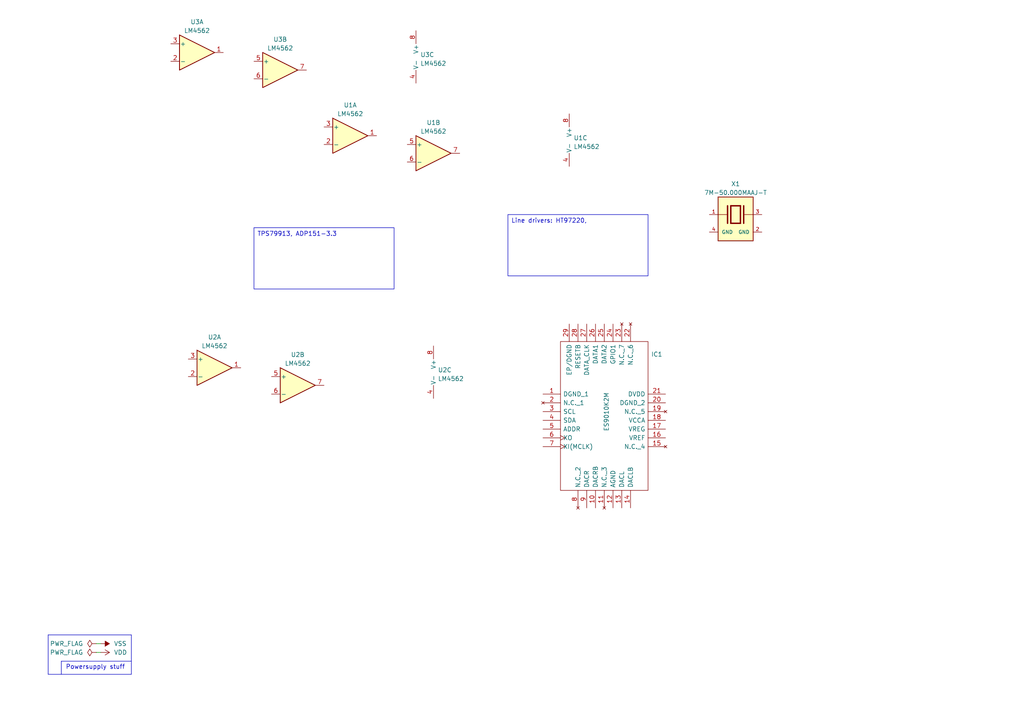
<source format=kicad_sch>
(kicad_sch (version 20230121) (generator eeschema)

  (uuid e63e39d7-6ac0-4ffd-8aa3-1841a4541b55)

  (paper "A4")

  (lib_symbols
    (symbol "Amplifier_Operational:LM4562" (pin_names (offset 0.127)) (in_bom yes) (on_board yes)
      (property "Reference" "U" (at 0 5.08 0)
        (effects (font (size 1.27 1.27)) (justify left))
      )
      (property "Value" "LM4562" (at 0 -5.08 0)
        (effects (font (size 1.27 1.27)) (justify left))
      )
      (property "Footprint" "" (at 0 0 0)
        (effects (font (size 1.27 1.27)) hide)
      )
      (property "Datasheet" "http://www.ti.com/lit/ds/symlink/lm4562.pdf" (at 0 0 0)
        (effects (font (size 1.27 1.27)) hide)
      )
      (property "ki_locked" "" (at 0 0 0)
        (effects (font (size 1.27 1.27)))
      )
      (property "ki_keywords" "dual opamp" (at 0 0 0)
        (effects (font (size 1.27 1.27)) hide)
      )
      (property "ki_description" "Dual High-Performance, High-Fidelity Audio Operational Amplifier, DIP-8/SOIC-8/TO-99-8" (at 0 0 0)
        (effects (font (size 1.27 1.27)) hide)
      )
      (property "ki_fp_filters" "SOIC*3.9x4.9mm*P1.27mm* DIP*W7.62mm* TO*99* OnSemi*Micro8* TSSOP*3x3mm*P0.65mm* TSSOP*4.4x3mm*P0.65mm* MSOP*3x3mm*P0.65mm* SSOP*3.9x4.9mm*P0.635mm* LFCSP*2x2mm*P0.5mm* *SIP* SOIC*5.3x6.2mm*P1.27mm*" (at 0 0 0)
        (effects (font (size 1.27 1.27)) hide)
      )
      (symbol "LM4562_1_1"
        (polyline
          (pts
            (xy -5.08 5.08)
            (xy 5.08 0)
            (xy -5.08 -5.08)
            (xy -5.08 5.08)
          )
          (stroke (width 0.254) (type default))
          (fill (type background))
        )
        (pin output line (at 7.62 0 180) (length 2.54)
          (name "~" (effects (font (size 1.27 1.27))))
          (number "1" (effects (font (size 1.27 1.27))))
        )
        (pin input line (at -7.62 -2.54 0) (length 2.54)
          (name "-" (effects (font (size 1.27 1.27))))
          (number "2" (effects (font (size 1.27 1.27))))
        )
        (pin input line (at -7.62 2.54 0) (length 2.54)
          (name "+" (effects (font (size 1.27 1.27))))
          (number "3" (effects (font (size 1.27 1.27))))
        )
      )
      (symbol "LM4562_2_1"
        (polyline
          (pts
            (xy -5.08 5.08)
            (xy 5.08 0)
            (xy -5.08 -5.08)
            (xy -5.08 5.08)
          )
          (stroke (width 0.254) (type default))
          (fill (type background))
        )
        (pin input line (at -7.62 2.54 0) (length 2.54)
          (name "+" (effects (font (size 1.27 1.27))))
          (number "5" (effects (font (size 1.27 1.27))))
        )
        (pin input line (at -7.62 -2.54 0) (length 2.54)
          (name "-" (effects (font (size 1.27 1.27))))
          (number "6" (effects (font (size 1.27 1.27))))
        )
        (pin output line (at 7.62 0 180) (length 2.54)
          (name "~" (effects (font (size 1.27 1.27))))
          (number "7" (effects (font (size 1.27 1.27))))
        )
      )
      (symbol "LM4562_3_1"
        (pin power_in line (at -2.54 -7.62 90) (length 3.81)
          (name "V-" (effects (font (size 1.27 1.27))))
          (number "4" (effects (font (size 1.27 1.27))))
        )
        (pin power_in line (at -2.54 7.62 270) (length 3.81)
          (name "V+" (effects (font (size 1.27 1.27))))
          (number "8" (effects (font (size 1.27 1.27))))
        )
      )
    )
    (symbol "ess-dac:7M-50.000MAAJ-T" (pin_names (offset 1.016)) (in_bom yes) (on_board yes)
      (property "Reference" "X" (at -5.0878 6.3559 0)
        (effects (font (size 1.27 1.27)) (justify left bottom))
      )
      (property "Value" "7M-50.000MAAJ-T" (at -5.0944 -10.16 0)
        (effects (font (size 1.27 1.27)) (justify left bottom))
      )
      (property "Footprint" "ess-dac:XTAL_7M-50.000MAAJ-T" (at 18.415 6.35 0)
        (effects (font (size 1.27 1.27)) (justify bottom) hide)
      )
      (property "Datasheet" "https://www.mouser.com/datasheet/2/417/7m-11184.pdf" (at 31.115 11.43 0)
        (effects (font (size 1.27 1.27)) hide)
      )
      (property "MANUFACTURER" "TXC CORPORATION" (at 11.43 8.255 0)
        (effects (font (size 1.27 1.27)) (justify bottom) hide)
      )
      (property "PARTREV" "" (at 0 0 0)
        (effects (font (size 1.27 1.27)) (justify bottom) hide)
      )
      (property "MAXIMUM_PACKAGE_HEIGHT" "" (at 10.16 3.81 0)
        (effects (font (size 1.27 1.27)) (justify bottom) hide)
      )
      (property "STANDARD" "" (at 21.59 10.795 0)
        (effects (font (size 1.27 1.27)) (justify bottom) hide)
      )
      (symbol "7M-50.000MAAJ-T_0_0"
        (rectangle (start -5.08 -7.62) (end 5.08 5.08)
          (stroke (width 0.254) (type default))
          (fill (type background))
        )
        (polyline
          (pts
            (xy -5.08 0)
            (xy -2.54 0)
          )
          (stroke (width 0.1524) (type default))
          (fill (type none))
        )
        (polyline
          (pts
            (xy -2.3368 2.54)
            (xy -2.3368 -2.54)
          )
          (stroke (width 0.4064) (type default))
          (fill (type none))
        )
        (polyline
          (pts
            (xy -1.397 2.54)
            (xy -1.397 -2.54)
          )
          (stroke (width 0.4064) (type default))
          (fill (type none))
        )
        (polyline
          (pts
            (xy -1.397 2.54)
            (xy 1.397 2.54)
          )
          (stroke (width 0.4064) (type default))
          (fill (type none))
        )
        (polyline
          (pts
            (xy 1.397 -2.54)
            (xy -1.397 -2.54)
          )
          (stroke (width 0.4064) (type default))
          (fill (type none))
        )
        (polyline
          (pts
            (xy 1.397 2.54)
            (xy 1.397 -2.54)
          )
          (stroke (width 0.4064) (type default))
          (fill (type none))
        )
        (polyline
          (pts
            (xy 2.3368 2.54)
            (xy 2.3368 -2.54)
          )
          (stroke (width 0.4064) (type default))
          (fill (type none))
        )
        (polyline
          (pts
            (xy 2.54 0)
            (xy 5.08 0)
          )
          (stroke (width 0.1524) (type default))
          (fill (type none))
        )
        (pin passive line (at -7.62 0 0) (length 2.54)
          (name "~" (effects (font (size 1.016 1.016))))
          (number "1" (effects (font (size 1.016 1.016))))
        )
        (pin power_in line (at 7.62 -5.08 180) (length 2.54)
          (name "GND" (effects (font (size 1.016 1.016))))
          (number "2" (effects (font (size 1.016 1.016))))
        )
        (pin passive line (at 7.62 0 180) (length 2.54)
          (name "~" (effects (font (size 1.016 1.016))))
          (number "3" (effects (font (size 1.016 1.016))))
        )
        (pin power_in line (at -7.62 -5.08 0) (length 2.54)
          (name "GND" (effects (font (size 1.016 1.016))))
          (number "4" (effects (font (size 1.016 1.016))))
        )
      )
    )
    (symbol "ess-dac:ES9010K2M" (pin_names (offset 0.762)) (in_bom yes) (on_board yes)
      (property "Reference" "IC" (at 31.75 20.32 0)
        (effects (font (size 1.27 1.27)) (justify left))
      )
      (property "Value" "ES9010K2M" (at 18.415 -10.795 90) (do_not_autoplace)
        (effects (font (size 1.27 1.27)) (justify left))
      )
      (property "Footprint" "ess-dac:QFN50P500X500X90-29N-D" (at 31.75 15.24 0)
        (effects (font (size 1.27 1.27)) (justify left) hide)
      )
      (property "Datasheet" "https://www.mouser.in/datasheet/2/1082/ES9010K2M_Datasheet_v3_3-2933590.pdf" (at 31.75 12.7 0)
        (effects (font (size 1.27 1.27)) (justify left) hide)
      )
      (property "Description" "ES9010K2M" (at 31.75 10.16 0)
        (effects (font (size 1.27 1.27)) (justify left) hide)
      )
      (property "Height" "0.9" (at 31.75 7.62 0)
        (effects (font (size 1.27 1.27)) (justify left) hide)
      )
      (property "Mouser Part Number" "" (at 31.75 5.08 0)
        (effects (font (size 1.27 1.27)) (justify left) hide)
      )
      (property "Mouser Price/Stock" "" (at 31.75 2.54 0)
        (effects (font (size 1.27 1.27)) (justify left) hide)
      )
      (property "Manufacturer_Name" "ESS Technology" (at 31.75 22.86 0)
        (effects (font (size 1.27 1.27)) (justify left) hide)
      )
      (property "Manufacturer_Part_Number" "ES9010K2M" (at 31.75 17.78 0)
        (effects (font (size 1.27 1.27)) (justify left) hide)
      )
      (property "ki_description" "ES9010K2M" (at 0 0 0)
        (effects (font (size 1.27 1.27)) hide)
      )
      (symbol "ES9010K2M_0_0"
        (pin power_in line (at 0 0 0) (length 5.08)
          (name "DGND_1" (effects (font (size 1.27 1.27))))
          (number "1" (effects (font (size 1.27 1.27))))
        )
        (pin output line (at 15.24 -33.02 90) (length 5.08)
          (name "DACRB" (effects (font (size 1.27 1.27))))
          (number "10" (effects (font (size 1.27 1.27))))
        )
        (pin no_connect line (at 17.78 -33.02 90) (length 5.08)
          (name "N.C._3" (effects (font (size 1.27 1.27))))
          (number "11" (effects (font (size 1.27 1.27))))
        )
        (pin power_in line (at 20.32 -33.02 90) (length 5.08)
          (name "AGND" (effects (font (size 1.27 1.27))))
          (number "12" (effects (font (size 1.27 1.27))))
        )
        (pin output line (at 22.86 -33.02 90) (length 5.08)
          (name "DACL" (effects (font (size 1.27 1.27))))
          (number "13" (effects (font (size 1.27 1.27))))
        )
        (pin output line (at 25.4 -33.02 90) (length 5.08)
          (name "DACLB" (effects (font (size 1.27 1.27))))
          (number "14" (effects (font (size 1.27 1.27))))
        )
        (pin no_connect line (at 35.56 -15.24 180) (length 5.08)
          (name "N.C._4" (effects (font (size 1.27 1.27))))
          (number "15" (effects (font (size 1.27 1.27))))
        )
        (pin power_in line (at 35.56 -12.7 180) (length 5.08)
          (name "VREF" (effects (font (size 1.27 1.27))))
          (number "16" (effects (font (size 1.27 1.27))))
        )
        (pin power_out line (at 35.56 -10.16 180) (length 5.08)
          (name "VREG" (effects (font (size 1.27 1.27))))
          (number "17" (effects (font (size 1.27 1.27))))
        )
        (pin power_in line (at 35.56 -7.62 180) (length 5.08)
          (name "VCCA" (effects (font (size 1.27 1.27))))
          (number "18" (effects (font (size 1.27 1.27))))
        )
        (pin no_connect line (at 35.56 -5.08 180) (length 5.08)
          (name "N.C._5" (effects (font (size 1.27 1.27))))
          (number "19" (effects (font (size 1.27 1.27))))
        )
        (pin no_connect line (at 0 -2.54 0) (length 5.08)
          (name "N.C._1" (effects (font (size 1.27 1.27))))
          (number "2" (effects (font (size 1.27 1.27))))
        )
        (pin power_in line (at 35.56 -2.54 180) (length 5.08)
          (name "DGND_2" (effects (font (size 1.27 1.27))))
          (number "20" (effects (font (size 1.27 1.27))))
        )
        (pin power_in line (at 35.56 0 180) (length 5.08)
          (name "DVDD" (effects (font (size 1.27 1.27))))
          (number "21" (effects (font (size 1.27 1.27))))
        )
        (pin no_connect line (at 25.4 20.32 270) (length 5.08)
          (name "N.C._6" (effects (font (size 1.27 1.27))))
          (number "22" (effects (font (size 1.27 1.27))))
        )
        (pin no_connect line (at 22.86 20.32 270) (length 5.08)
          (name "N.C._7" (effects (font (size 1.27 1.27))))
          (number "23" (effects (font (size 1.27 1.27))))
        )
        (pin bidirectional line (at 20.32 20.32 270) (length 5.08)
          (name "GPIO1" (effects (font (size 1.27 1.27))))
          (number "24" (effects (font (size 1.27 1.27))))
        )
        (pin input line (at 17.78 20.32 270) (length 5.08)
          (name "DATA2" (effects (font (size 1.27 1.27))))
          (number "25" (effects (font (size 1.27 1.27))))
        )
        (pin bidirectional line (at 15.24 20.32 270) (length 5.08)
          (name "DATA1" (effects (font (size 1.27 1.27))))
          (number "26" (effects (font (size 1.27 1.27))))
        )
        (pin bidirectional line (at 12.7 20.32 270) (length 5.08)
          (name "DATA_CLK" (effects (font (size 1.27 1.27))))
          (number "27" (effects (font (size 1.27 1.27))))
        )
        (pin input line (at 10.16 20.32 270) (length 5.08)
          (name "RESETB" (effects (font (size 1.27 1.27))))
          (number "28" (effects (font (size 1.27 1.27))))
        )
        (pin power_in line (at 7.62 20.32 270) (length 5.08)
          (name "EP/DGND" (effects (font (size 1.27 1.27))))
          (number "29" (effects (font (size 1.27 1.27))))
        )
        (pin input line (at 0 -5.08 0) (length 5.08)
          (name "SCL" (effects (font (size 1.27 1.27))))
          (number "3" (effects (font (size 1.27 1.27))))
        )
        (pin bidirectional line (at 0 -7.62 0) (length 5.08)
          (name "SDA" (effects (font (size 1.27 1.27))))
          (number "4" (effects (font (size 1.27 1.27))))
        )
        (pin input line (at 0 -10.16 0) (length 5.08)
          (name "ADDR" (effects (font (size 1.27 1.27))))
          (number "5" (effects (font (size 1.27 1.27))))
        )
        (pin output clock (at 0 -12.7 0) (length 5.08)
          (name "XO" (effects (font (size 1.27 1.27))))
          (number "6" (effects (font (size 1.27 1.27))))
        )
        (pin input clock (at 0 -15.24 0) (length 5.08)
          (name "XI(MCLK)" (effects (font (size 1.27 1.27))))
          (number "7" (effects (font (size 1.27 1.27))))
        )
        (pin no_connect line (at 10.16 -33.02 90) (length 5.08)
          (name "N.C._2" (effects (font (size 1.27 1.27))))
          (number "8" (effects (font (size 1.27 1.27))))
        )
        (pin output line (at 12.7 -33.02 90) (length 5.08)
          (name "DACR" (effects (font (size 1.27 1.27))))
          (number "9" (effects (font (size 1.27 1.27))))
        )
      )
      (symbol "ES9010K2M_0_1"
        (polyline
          (pts
            (xy 5.08 15.24)
            (xy 30.48 15.24)
            (xy 30.48 -27.94)
            (xy 5.08 -27.94)
            (xy 5.08 15.24)
          )
          (stroke (width 0.1524) (type solid))
          (fill (type none))
        )
      )
    )
    (symbol "power:PWR_FLAG" (power) (pin_numbers hide) (pin_names (offset 0) hide) (in_bom yes) (on_board yes)
      (property "Reference" "#FLG" (at 0 1.905 0)
        (effects (font (size 1.27 1.27)) hide)
      )
      (property "Value" "PWR_FLAG" (at 0 3.81 0)
        (effects (font (size 1.27 1.27)))
      )
      (property "Footprint" "" (at 0 0 0)
        (effects (font (size 1.27 1.27)) hide)
      )
      (property "Datasheet" "~" (at 0 0 0)
        (effects (font (size 1.27 1.27)) hide)
      )
      (property "ki_keywords" "power-flag" (at 0 0 0)
        (effects (font (size 1.27 1.27)) hide)
      )
      (property "ki_description" "Special symbol for telling ERC where power comes from" (at 0 0 0)
        (effects (font (size 1.27 1.27)) hide)
      )
      (symbol "PWR_FLAG_0_0"
        (pin power_out line (at 0 0 90) (length 0)
          (name "pwr" (effects (font (size 1.27 1.27))))
          (number "1" (effects (font (size 1.27 1.27))))
        )
      )
      (symbol "PWR_FLAG_0_1"
        (polyline
          (pts
            (xy 0 0)
            (xy 0 1.27)
            (xy -1.016 1.905)
            (xy 0 2.54)
            (xy 1.016 1.905)
            (xy 0 1.27)
          )
          (stroke (width 0) (type default))
          (fill (type none))
        )
      )
    )
    (symbol "power:VDD" (power) (pin_names (offset 0)) (in_bom yes) (on_board yes)
      (property "Reference" "#PWR" (at 0 -3.81 0)
        (effects (font (size 1.27 1.27)) hide)
      )
      (property "Value" "VDD" (at 0 3.81 0)
        (effects (font (size 1.27 1.27)))
      )
      (property "Footprint" "" (at 0 0 0)
        (effects (font (size 1.27 1.27)) hide)
      )
      (property "Datasheet" "" (at 0 0 0)
        (effects (font (size 1.27 1.27)) hide)
      )
      (property "ki_keywords" "power-flag" (at 0 0 0)
        (effects (font (size 1.27 1.27)) hide)
      )
      (property "ki_description" "Power symbol creates a global label with name \"VDD\"" (at 0 0 0)
        (effects (font (size 1.27 1.27)) hide)
      )
      (symbol "VDD_0_1"
        (polyline
          (pts
            (xy -0.762 1.27)
            (xy 0 2.54)
          )
          (stroke (width 0) (type default))
          (fill (type none))
        )
        (polyline
          (pts
            (xy 0 0)
            (xy 0 2.54)
          )
          (stroke (width 0) (type default))
          (fill (type none))
        )
        (polyline
          (pts
            (xy 0 2.54)
            (xy 0.762 1.27)
          )
          (stroke (width 0) (type default))
          (fill (type none))
        )
      )
      (symbol "VDD_1_1"
        (pin power_in line (at 0 0 90) (length 0) hide
          (name "VDD" (effects (font (size 1.27 1.27))))
          (number "1" (effects (font (size 1.27 1.27))))
        )
      )
    )
    (symbol "power:VSS" (power) (pin_names (offset 0)) (in_bom yes) (on_board yes)
      (property "Reference" "#PWR" (at 0 -3.81 0)
        (effects (font (size 1.27 1.27)) hide)
      )
      (property "Value" "VSS" (at 0 3.81 0)
        (effects (font (size 1.27 1.27)))
      )
      (property "Footprint" "" (at 0 0 0)
        (effects (font (size 1.27 1.27)) hide)
      )
      (property "Datasheet" "" (at 0 0 0)
        (effects (font (size 1.27 1.27)) hide)
      )
      (property "ki_keywords" "power-flag" (at 0 0 0)
        (effects (font (size 1.27 1.27)) hide)
      )
      (property "ki_description" "Power symbol creates a global label with name \"VSS\"" (at 0 0 0)
        (effects (font (size 1.27 1.27)) hide)
      )
      (symbol "VSS_0_1"
        (polyline
          (pts
            (xy 0 0)
            (xy 0 2.54)
          )
          (stroke (width 0) (type default))
          (fill (type none))
        )
        (polyline
          (pts
            (xy 0.762 1.27)
            (xy -0.762 1.27)
            (xy 0 2.54)
            (xy 0.762 1.27)
          )
          (stroke (width 0) (type default))
          (fill (type outline))
        )
      )
      (symbol "VSS_1_1"
        (pin power_in line (at 0 0 90) (length 0) hide
          (name "VSS" (effects (font (size 1.27 1.27))))
          (number "1" (effects (font (size 1.27 1.27))))
        )
      )
    )
  )


  (polyline (pts (xy 38.1 184.15) (xy 13.97 184.15))
    (stroke (width 0) (type default))
    (uuid 37a048b9-1447-48f0-89c9-dc62f42674ca)
  )

  (wire (pts (xy 27.94 186.69) (xy 29.21 186.69))
    (stroke (width 0) (type default))
    (uuid 6a06cb4a-ea95-4867-9160-cab1b09a8763)
  )
  (polyline (pts (xy 38.1 191.77) (xy 17.78 191.77))
    (stroke (width 0) (type default))
    (uuid 6b928f7c-1efa-4989-bcf9-9006374a1f81)
  )
  (polyline (pts (xy 13.97 184.15) (xy 13.97 195.58))
    (stroke (width 0) (type default))
    (uuid b5bc4aac-076d-4100-8eb4-18b7b57f47c2)
  )
  (polyline (pts (xy 13.97 195.58) (xy 38.1 195.58))
    (stroke (width 0) (type default))
    (uuid b7939f95-aa55-46a7-b7fb-bfbb376caf9b)
  )

  (wire (pts (xy 27.94 189.23) (xy 29.21 189.23))
    (stroke (width 0) (type default))
    (uuid cabed1f3-d928-4efc-8f9c-a475fbc4e7d9)
  )
  (polyline (pts (xy 38.1 195.58) (xy 38.1 184.15))
    (stroke (width 0) (type default))
    (uuid cd7ba710-8371-433d-8091-cf841c2d658f)
  )
  (polyline (pts (xy 17.78 191.77) (xy 17.78 195.58))
    (stroke (width 0) (type default))
    (uuid f868dbfd-b9e3-4538-b1a0-3f11c7ea0d93)
  )

  (text_box "Line drivers: HT97220, "
    (at 147.32 62.23 0) (size 40.64 17.78)
    (stroke (width 0) (type default))
    (fill (type none))
    (effects (font (size 1.27 1.27)) (justify left top))
    (uuid 2f656668-e915-4a70-bc4a-f7dbe336fb8a)
  )
  (text_box "TPS79913, ADP151-3.3"
    (at 73.66 66.04 0) (size 40.64 17.78)
    (stroke (width 0) (type default))
    (fill (type none))
    (effects (font (size 1.27 1.27)) (justify left top))
    (uuid cc10d413-e4aa-44f4-9997-eb76d246b4bd)
  )

  (text "Powersupply stuff" (at 19.05 194.31 0)
    (effects (font (size 1.27 1.27)) (justify left bottom))
    (uuid e3096227-7b69-4972-a028-bc2d48b96b10)
  )

  (symbol (lib_id "power:VDD") (at 29.21 189.23 270) (unit 1)
    (in_bom yes) (on_board yes) (dnp no) (fields_autoplaced)
    (uuid 0e44e0f5-8778-4e0d-8892-cdbf9f9e62f5)
    (property "Reference" "#PWR0101" (at 25.4 189.23 0)
      (effects (font (size 1.27 1.27)) hide)
    )
    (property "Value" "VDD" (at 33.02 189.2299 90)
      (effects (font (size 1.27 1.27)) (justify left))
    )
    (property "Footprint" "" (at 29.21 189.23 0)
      (effects (font (size 1.27 1.27)) hide)
    )
    (property "Datasheet" "" (at 29.21 189.23 0)
      (effects (font (size 1.27 1.27)) hide)
    )
    (pin "1" (uuid eba40aab-c11e-4d52-bb4d-60557e99673c))
    (instances
      (project "d-lev-dac"
        (path "/e63e39d7-6ac0-4ffd-8aa3-1841a4541b55"
          (reference "#PWR0101") (unit 1)
        )
      )
    )
  )

  (symbol (lib_id "Amplifier_Operational:LM4562") (at 167.64 40.64 0) (unit 3)
    (in_bom yes) (on_board yes) (dnp no) (fields_autoplaced)
    (uuid 2957de1b-d42e-4ddf-ad45-38ad0eb8e9d7)
    (property "Reference" "U1" (at 166.37 40.005 0)
      (effects (font (size 1.27 1.27)) (justify left))
    )
    (property "Value" "LM4562" (at 166.37 42.545 0)
      (effects (font (size 1.27 1.27)) (justify left))
    )
    (property "Footprint" "Package_SO:PowerIntegrations_SO-8" (at 167.64 40.64 0)
      (effects (font (size 1.27 1.27)) hide)
    )
    (property "Datasheet" "http://www.ti.com/lit/ds/symlink/lm4562.pdf" (at 167.64 40.64 0)
      (effects (font (size 1.27 1.27)) hide)
    )
    (pin "1" (uuid c9a94626-02d6-482e-af00-89373f5dba60))
    (pin "2" (uuid 8937f487-9a78-4315-9838-0701c76888e5))
    (pin "3" (uuid 596017aa-552b-4281-9336-ffd1e3e7cfeb))
    (pin "5" (uuid 1e699831-fc5d-480b-b6ce-1f04e0dde70b))
    (pin "6" (uuid 6b7411f2-6129-4af3-8f85-dbc76bda1f93))
    (pin "7" (uuid 5df46f09-301e-4029-a0d8-c0953bc3d1eb))
    (pin "4" (uuid a45711cd-85f9-4fd3-815c-ccc9fab36247))
    (pin "8" (uuid 2f7857eb-6cdf-4aca-934e-7a779687f1c4))
    (instances
      (project "d-lev-dac"
        (path "/e63e39d7-6ac0-4ffd-8aa3-1841a4541b55"
          (reference "U1") (unit 3)
        )
      )
    )
  )

  (symbol (lib_id "power:VSS") (at 29.21 186.69 270) (unit 1)
    (in_bom yes) (on_board yes) (dnp no) (fields_autoplaced)
    (uuid 2aa15411-035b-4d84-9c86-17fb4c1ed278)
    (property "Reference" "#PWR0102" (at 25.4 186.69 0)
      (effects (font (size 1.27 1.27)) hide)
    )
    (property "Value" "VSS" (at 33.02 186.6899 90)
      (effects (font (size 1.27 1.27)) (justify left))
    )
    (property "Footprint" "" (at 29.21 186.69 0)
      (effects (font (size 1.27 1.27)) hide)
    )
    (property "Datasheet" "" (at 29.21 186.69 0)
      (effects (font (size 1.27 1.27)) hide)
    )
    (pin "1" (uuid b561a712-e779-4a0f-b6e2-a7b8bfa06a21))
    (instances
      (project "d-lev-dac"
        (path "/e63e39d7-6ac0-4ffd-8aa3-1841a4541b55"
          (reference "#PWR0102") (unit 1)
        )
      )
    )
  )

  (symbol (lib_id "Amplifier_Operational:LM4562") (at 101.6 39.37 0) (unit 1)
    (in_bom yes) (on_board yes) (dnp no) (fields_autoplaced)
    (uuid 3923fbd1-ff80-4df8-8818-aea6ea94cdc4)
    (property "Reference" "U1" (at 101.6 30.48 0)
      (effects (font (size 1.27 1.27)))
    )
    (property "Value" "LM4562" (at 101.6 33.02 0)
      (effects (font (size 1.27 1.27)))
    )
    (property "Footprint" "Package_SO:PowerIntegrations_SO-8" (at 101.6 39.37 0)
      (effects (font (size 1.27 1.27)) hide)
    )
    (property "Datasheet" "http://www.ti.com/lit/ds/symlink/lm4562.pdf" (at 101.6 39.37 0)
      (effects (font (size 1.27 1.27)) hide)
    )
    (pin "1" (uuid cbc27e06-f325-47fb-bc84-83c9ff1b033e))
    (pin "2" (uuid 2da6268b-9ad9-4c66-9b7f-9f2f5890d314))
    (pin "3" (uuid 3095d2c5-ed6e-4bc5-adfb-1694373a3127))
    (pin "5" (uuid b8ae8fe1-7981-454c-b1e7-3e095ec0d3c7))
    (pin "6" (uuid d72df5a6-33a2-4d45-abe9-9489e5a7f69c))
    (pin "7" (uuid 3bb8e5c6-9267-49d8-b9fa-8a175605e4d5))
    (pin "4" (uuid 7358adee-eef5-4eb3-a246-8b81e3c5bff8))
    (pin "8" (uuid e27f5aa0-8d0a-4afb-bddd-f336ad17ee30))
    (instances
      (project "d-lev-dac"
        (path "/e63e39d7-6ac0-4ffd-8aa3-1841a4541b55"
          (reference "U1") (unit 1)
        )
      )
    )
  )

  (symbol (lib_id "Amplifier_Operational:LM4562") (at 128.27 107.95 0) (unit 3)
    (in_bom yes) (on_board yes) (dnp no) (fields_autoplaced)
    (uuid 3a07b492-043c-4f3a-bcc3-cbd10ef24d09)
    (property "Reference" "U2" (at 127 107.315 0)
      (effects (font (size 1.27 1.27)) (justify left))
    )
    (property "Value" "LM4562" (at 127 109.855 0)
      (effects (font (size 1.27 1.27)) (justify left))
    )
    (property "Footprint" "Package_SO:PowerIntegrations_SO-8" (at 128.27 107.95 0)
      (effects (font (size 1.27 1.27)) hide)
    )
    (property "Datasheet" "http://www.ti.com/lit/ds/symlink/lm4562.pdf" (at 128.27 107.95 0)
      (effects (font (size 1.27 1.27)) hide)
    )
    (pin "1" (uuid c9a94626-02d6-482e-af00-89373f5dba60))
    (pin "2" (uuid 8937f487-9a78-4315-9838-0701c76888e5))
    (pin "3" (uuid 596017aa-552b-4281-9336-ffd1e3e7cfeb))
    (pin "5" (uuid 1e699831-fc5d-480b-b6ce-1f04e0dde70b))
    (pin "6" (uuid 6b7411f2-6129-4af3-8f85-dbc76bda1f93))
    (pin "7" (uuid 5df46f09-301e-4029-a0d8-c0953bc3d1eb))
    (pin "4" (uuid a8f45908-fadc-4d2e-9a15-679980177332))
    (pin "8" (uuid 38aaa574-36f0-41c2-ad69-b6f50e1012c2))
    (instances
      (project "d-lev-dac"
        (path "/e63e39d7-6ac0-4ffd-8aa3-1841a4541b55"
          (reference "U2") (unit 3)
        )
      )
    )
  )

  (symbol (lib_id "power:PWR_FLAG") (at 27.94 189.23 90) (unit 1)
    (in_bom yes) (on_board yes) (dnp no) (fields_autoplaced)
    (uuid 3a8ee9ba-3dbf-4d4f-a629-59991b26b30d)
    (property "Reference" "#FLG0102" (at 26.035 189.23 0)
      (effects (font (size 1.27 1.27)) hide)
    )
    (property "Value" "PWR_FLAG" (at 24.13 189.2299 90)
      (effects (font (size 1.27 1.27)) (justify left))
    )
    (property "Footprint" "" (at 27.94 189.23 0)
      (effects (font (size 1.27 1.27)) hide)
    )
    (property "Datasheet" "~" (at 27.94 189.23 0)
      (effects (font (size 1.27 1.27)) hide)
    )
    (pin "1" (uuid af7df8d1-ef76-4410-b77c-c816ed611265))
    (instances
      (project "d-lev-dac"
        (path "/e63e39d7-6ac0-4ffd-8aa3-1841a4541b55"
          (reference "#FLG0102") (unit 1)
        )
      )
    )
  )

  (symbol (lib_id "Amplifier_Operational:LM4562") (at 62.23 106.68 0) (unit 1)
    (in_bom yes) (on_board yes) (dnp no) (fields_autoplaced)
    (uuid 3b8b47f3-e883-425f-807d-d1a196294d7c)
    (property "Reference" "U2" (at 62.23 97.79 0)
      (effects (font (size 1.27 1.27)))
    )
    (property "Value" "LM4562" (at 62.23 100.33 0)
      (effects (font (size 1.27 1.27)))
    )
    (property "Footprint" "Package_SO:PowerIntegrations_SO-8" (at 62.23 106.68 0)
      (effects (font (size 1.27 1.27)) hide)
    )
    (property "Datasheet" "http://www.ti.com/lit/ds/symlink/lm4562.pdf" (at 62.23 106.68 0)
      (effects (font (size 1.27 1.27)) hide)
    )
    (pin "1" (uuid b1c474c3-33df-4f2a-8225-d3d6d28d1759))
    (pin "2" (uuid bbf8ea0b-be53-4a59-8c59-2c1508282620))
    (pin "3" (uuid 1471ee5d-2da1-4b6d-a2b8-74b711ac5f55))
    (pin "5" (uuid b8ae8fe1-7981-454c-b1e7-3e095ec0d3c7))
    (pin "6" (uuid d72df5a6-33a2-4d45-abe9-9489e5a7f69c))
    (pin "7" (uuid 3bb8e5c6-9267-49d8-b9fa-8a175605e4d5))
    (pin "4" (uuid 7358adee-eef5-4eb3-a246-8b81e3c5bff8))
    (pin "8" (uuid e27f5aa0-8d0a-4afb-bddd-f336ad17ee30))
    (instances
      (project "d-lev-dac"
        (path "/e63e39d7-6ac0-4ffd-8aa3-1841a4541b55"
          (reference "U2") (unit 1)
        )
      )
    )
  )

  (symbol (lib_id "Amplifier_Operational:LM4562") (at 125.73 44.45 0) (unit 2)
    (in_bom yes) (on_board yes) (dnp no) (fields_autoplaced)
    (uuid 48eca05b-b522-4498-813b-1b86478ee5d8)
    (property "Reference" "U1" (at 125.73 35.56 0)
      (effects (font (size 1.27 1.27)))
    )
    (property "Value" "LM4562" (at 125.73 38.1 0)
      (effects (font (size 1.27 1.27)))
    )
    (property "Footprint" "Package_SO:PowerIntegrations_SO-8" (at 125.73 44.45 0)
      (effects (font (size 1.27 1.27)) hide)
    )
    (property "Datasheet" "http://www.ti.com/lit/ds/symlink/lm4562.pdf" (at 125.73 44.45 0)
      (effects (font (size 1.27 1.27)) hide)
    )
    (pin "1" (uuid fc7b458f-a731-409a-8661-3c2158ae46e2))
    (pin "2" (uuid 0456b999-20ab-498a-803f-23a6909e3fbc))
    (pin "3" (uuid c9cbb870-4e77-449b-9090-0a3614c6e776))
    (pin "5" (uuid dea3b30b-0723-44b0-a759-5a818291f1f2))
    (pin "6" (uuid 92994b10-dfe4-421b-9022-17df3bfa0281))
    (pin "7" (uuid 20dd17ad-3a2b-43d1-b85b-178bba13ecbe))
    (pin "4" (uuid 5b99ac5d-951a-4b37-943a-d45bdc51cd27))
    (pin "8" (uuid 2f1ea73d-acf3-486c-8514-b17197fd572e))
    (instances
      (project "d-lev-dac"
        (path "/e63e39d7-6ac0-4ffd-8aa3-1841a4541b55"
          (reference "U1") (unit 2)
        )
      )
    )
  )

  (symbol (lib_id "power:PWR_FLAG") (at 27.94 186.69 90) (unit 1)
    (in_bom yes) (on_board yes) (dnp no) (fields_autoplaced)
    (uuid 5359616e-2946-4284-b789-9bf8df12b200)
    (property "Reference" "#FLG0101" (at 26.035 186.69 0)
      (effects (font (size 1.27 1.27)) hide)
    )
    (property "Value" "PWR_FLAG" (at 24.13 186.6899 90)
      (effects (font (size 1.27 1.27)) (justify left))
    )
    (property "Footprint" "" (at 27.94 186.69 0)
      (effects (font (size 1.27 1.27)) hide)
    )
    (property "Datasheet" "~" (at 27.94 186.69 0)
      (effects (font (size 1.27 1.27)) hide)
    )
    (pin "1" (uuid 70e52f12-fb67-4276-ad30-28892fb20b86))
    (instances
      (project "d-lev-dac"
        (path "/e63e39d7-6ac0-4ffd-8aa3-1841a4541b55"
          (reference "#FLG0101") (unit 1)
        )
      )
    )
  )

  (symbol (lib_id "Amplifier_Operational:LM4562") (at 57.15 15.24 0) (unit 1)
    (in_bom yes) (on_board yes) (dnp no) (fields_autoplaced)
    (uuid 56baf9c9-9c40-47c9-8ba3-24e59fef6a63)
    (property "Reference" "U3" (at 57.15 6.35 0)
      (effects (font (size 1.27 1.27)))
    )
    (property "Value" "LM4562" (at 57.15 8.89 0)
      (effects (font (size 1.27 1.27)))
    )
    (property "Footprint" "Package_SO:PowerIntegrations_SO-8" (at 57.15 15.24 0)
      (effects (font (size 1.27 1.27)) hide)
    )
    (property "Datasheet" "http://www.ti.com/lit/ds/symlink/lm4562.pdf" (at 57.15 15.24 0)
      (effects (font (size 1.27 1.27)) hide)
    )
    (pin "1" (uuid 6d2a4f7d-905e-404c-9f52-6cc31964bef6))
    (pin "2" (uuid c9cb8aaa-f6f9-488d-bb16-e2b375549045))
    (pin "3" (uuid aae0284b-ad42-4668-9ec1-07e0f1319179))
    (pin "5" (uuid b8ae8fe1-7981-454c-b1e7-3e095ec0d3c7))
    (pin "6" (uuid d72df5a6-33a2-4d45-abe9-9489e5a7f69c))
    (pin "7" (uuid 3bb8e5c6-9267-49d8-b9fa-8a175605e4d5))
    (pin "4" (uuid 7358adee-eef5-4eb3-a246-8b81e3c5bff8))
    (pin "8" (uuid e27f5aa0-8d0a-4afb-bddd-f336ad17ee30))
    (instances
      (project "d-lev-dac"
        (path "/e63e39d7-6ac0-4ffd-8aa3-1841a4541b55"
          (reference "U3") (unit 1)
        )
      )
    )
  )

  (symbol (lib_id "ess-dac:7M-50.000MAAJ-T") (at 213.36 62.23 0) (unit 1)
    (in_bom yes) (on_board yes) (dnp no) (fields_autoplaced)
    (uuid 57076bad-f005-4ccd-bef2-2031b5a97b7d)
    (property "Reference" "X1" (at 213.36 53.34 0)
      (effects (font (size 1.27 1.27)))
    )
    (property "Value" "7M-50.000MAAJ-T" (at 213.36 55.88 0)
      (effects (font (size 1.27 1.27)))
    )
    (property "Footprint" "ess-dac:XTAL_7M-50.000MAAJ-T" (at 231.775 55.88 0)
      (effects (font (size 1.27 1.27)) (justify bottom) hide)
    )
    (property "Datasheet" "https://www.mouser.com/datasheet/2/417/7m-11184.pdf" (at 244.475 50.8 0)
      (effects (font (size 1.27 1.27)) hide)
    )
    (property "MANUFACTURER" "TXC CORPORATION" (at 224.79 53.975 0)
      (effects (font (size 1.27 1.27)) (justify bottom) hide)
    )
    (property "PARTREV" "" (at 213.36 62.23 0)
      (effects (font (size 1.27 1.27)) (justify bottom) hide)
    )
    (property "MAXIMUM_PACKAGE_HEIGHT" "" (at 223.52 58.42 0)
      (effects (font (size 1.27 1.27)) (justify bottom) hide)
    )
    (property "STANDARD" "" (at 234.95 51.435 0)
      (effects (font (size 1.27 1.27)) (justify bottom) hide)
    )
    (pin "1" (uuid 2bd6d72b-d71b-4e94-9260-43fa570c6c4a))
    (pin "2" (uuid 9f7f1666-1b7b-425a-8a02-3423864955b3))
    (pin "3" (uuid bff297c9-456e-4323-84b5-ca96355dc1ba))
    (pin "4" (uuid 5a22804e-b884-4d83-8488-10907e2d8488))
    (instances
      (project "d-lev-dac"
        (path "/e63e39d7-6ac0-4ffd-8aa3-1841a4541b55"
          (reference "X1") (unit 1)
        )
      )
    )
  )

  (symbol (lib_id "Amplifier_Operational:LM4562") (at 81.28 20.32 0) (unit 2)
    (in_bom yes) (on_board yes) (dnp no) (fields_autoplaced)
    (uuid 600cb468-f4e7-4b08-97b8-1a7873b380a6)
    (property "Reference" "U3" (at 81.28 11.43 0)
      (effects (font (size 1.27 1.27)))
    )
    (property "Value" "LM4562" (at 81.28 13.97 0)
      (effects (font (size 1.27 1.27)))
    )
    (property "Footprint" "Package_SO:PowerIntegrations_SO-8" (at 81.28 20.32 0)
      (effects (font (size 1.27 1.27)) hide)
    )
    (property "Datasheet" "http://www.ti.com/lit/ds/symlink/lm4562.pdf" (at 81.28 20.32 0)
      (effects (font (size 1.27 1.27)) hide)
    )
    (pin "1" (uuid fc7b458f-a731-409a-8661-3c2158ae46e2))
    (pin "2" (uuid 0456b999-20ab-498a-803f-23a6909e3fbc))
    (pin "3" (uuid c9cbb870-4e77-449b-9090-0a3614c6e776))
    (pin "5" (uuid a26797a8-7e39-43fa-b93e-b7a5c9a785c9))
    (pin "6" (uuid 85b1c4b7-e12d-4873-abb5-4bd636c62282))
    (pin "7" (uuid c130f791-2408-41b9-9442-fda7e95e1294))
    (pin "4" (uuid 5b99ac5d-951a-4b37-943a-d45bdc51cd27))
    (pin "8" (uuid 2f1ea73d-acf3-486c-8514-b17197fd572e))
    (instances
      (project "d-lev-dac"
        (path "/e63e39d7-6ac0-4ffd-8aa3-1841a4541b55"
          (reference "U3") (unit 2)
        )
      )
    )
  )

  (symbol (lib_id "ess-dac:ES9010K2M") (at 157.48 114.3 0) (unit 1)
    (in_bom yes) (on_board yes) (dnp no) (fields_autoplaced)
    (uuid 786aca7d-fbe5-4c0a-90c7-ed9db4aeee44)
    (property "Reference" "IC1" (at 190.5 102.7683 0)
      (effects (font (size 1.27 1.27)))
    )
    (property "Value" "ES9010K2M" (at 175.895 125.095 90) (do_not_autoplace)
      (effects (font (size 1.27 1.27)) (justify left))
    )
    (property "Footprint" "ess-dac:QFN50P500X500X90-29N-D" (at 189.23 99.06 0)
      (effects (font (size 1.27 1.27)) (justify left) hide)
    )
    (property "Datasheet" "https://www.mouser.in/datasheet/2/1082/ES9010K2M_Datasheet_v3_3-2933590.pdf" (at 189.23 101.6 0)
      (effects (font (size 1.27 1.27)) (justify left) hide)
    )
    (property "Description" "ES9010K2M" (at 189.23 104.14 0)
      (effects (font (size 1.27 1.27)) (justify left) hide)
    )
    (property "Height" "0.9" (at 189.23 106.68 0)
      (effects (font (size 1.27 1.27)) (justify left) hide)
    )
    (property "Mouser Part Number" "" (at 189.23 109.22 0)
      (effects (font (size 1.27 1.27)) (justify left) hide)
    )
    (property "Mouser Price/Stock" "" (at 189.23 111.76 0)
      (effects (font (size 1.27 1.27)) (justify left) hide)
    )
    (property "Manufacturer_Name" "ESS Technology" (at 189.23 91.44 0)
      (effects (font (size 1.27 1.27)) (justify left) hide)
    )
    (property "Manufacturer_Part_Number" "ES9010K2M" (at 189.23 96.52 0)
      (effects (font (size 1.27 1.27)) (justify left) hide)
    )
    (pin "1" (uuid 0b53156b-469e-4965-81ee-f79da5e763e1))
    (pin "10" (uuid 8000a9c1-d181-4cfb-aa2e-c33b47f898fa))
    (pin "11" (uuid 8eb0750b-2035-43a9-8371-fa2db72369df))
    (pin "12" (uuid 2320063d-8af3-4d98-a365-acbab79dd61f))
    (pin "13" (uuid 5aa52348-a33e-4952-9223-03f8b83fbfb5))
    (pin "14" (uuid 018c51a0-f8ae-45e1-860c-431450d89015))
    (pin "15" (uuid be6bc4a7-c359-4074-983a-9767550c0744))
    (pin "16" (uuid f10b69f2-fecf-4931-90fe-ba24f6b1e3bc))
    (pin "17" (uuid 9a81c9db-98c7-4f3a-b290-9d31f7d88b6b))
    (pin "18" (uuid ef16d454-36e0-4f1e-aea6-c27c5aa30d65))
    (pin "19" (uuid e3e42342-79be-4fa7-8cb9-c95e0ce87ea3))
    (pin "2" (uuid 48a66ae8-c910-4d3d-ac2a-31e020a18cd0))
    (pin "20" (uuid a97b7bc3-3403-4167-a5be-8b743250b390))
    (pin "21" (uuid 849c397a-59d9-489c-8f4a-fc7e9f5ec82c))
    (pin "22" (uuid 7c5d7114-41f1-4e2d-8d06-2b068827cbfa))
    (pin "23" (uuid 67e42c08-971d-4fe1-8eef-237fd476e3c1))
    (pin "24" (uuid 5e86213e-c1bb-4849-a01f-d3d281bcfee5))
    (pin "25" (uuid 4582367b-8fe2-4d3d-bad6-feb399be7715))
    (pin "26" (uuid a45c90e8-795f-4762-8f1b-5876ad9cee51))
    (pin "27" (uuid 234bb61a-c073-4038-bce3-8cb712b268e4))
    (pin "28" (uuid 38966f74-25ea-4d72-82d7-be019d028515))
    (pin "29" (uuid 184aacfa-e90c-4a9c-af4b-7b229a28df2b))
    (pin "3" (uuid a24fe288-c3e0-423f-a7f1-811a41ce19f7))
    (pin "4" (uuid ad97e7b6-7c37-4c78-a844-11ddf06efac9))
    (pin "5" (uuid 4ef61e34-b781-42a1-b8d5-522d26cf7e05))
    (pin "6" (uuid 97e3808a-d563-4c22-8e76-ad38634d3d69))
    (pin "7" (uuid 81e6ac86-0360-49fa-b1c5-75ddfa3db509))
    (pin "8" (uuid 8402623e-b74f-4594-9138-b33c231b097b))
    (pin "9" (uuid 64539223-c27b-40e0-83f7-f72184ff80fc))
    (instances
      (project "d-lev-dac"
        (path "/e63e39d7-6ac0-4ffd-8aa3-1841a4541b55"
          (reference "IC1") (unit 1)
        )
      )
    )
  )

  (symbol (lib_id "Amplifier_Operational:LM4562") (at 123.19 16.51 0) (unit 3)
    (in_bom yes) (on_board yes) (dnp no) (fields_autoplaced)
    (uuid 80c05d0b-9033-40e1-9adb-1eea3b2e6726)
    (property "Reference" "U3" (at 121.92 15.875 0)
      (effects (font (size 1.27 1.27)) (justify left))
    )
    (property "Value" "LM4562" (at 121.92 18.415 0)
      (effects (font (size 1.27 1.27)) (justify left))
    )
    (property "Footprint" "Package_SO:PowerIntegrations_SO-8" (at 123.19 16.51 0)
      (effects (font (size 1.27 1.27)) hide)
    )
    (property "Datasheet" "http://www.ti.com/lit/ds/symlink/lm4562.pdf" (at 123.19 16.51 0)
      (effects (font (size 1.27 1.27)) hide)
    )
    (pin "1" (uuid c9a94626-02d6-482e-af00-89373f5dba60))
    (pin "2" (uuid 8937f487-9a78-4315-9838-0701c76888e5))
    (pin "3" (uuid 596017aa-552b-4281-9336-ffd1e3e7cfeb))
    (pin "5" (uuid 1e699831-fc5d-480b-b6ce-1f04e0dde70b))
    (pin "6" (uuid 6b7411f2-6129-4af3-8f85-dbc76bda1f93))
    (pin "7" (uuid 5df46f09-301e-4029-a0d8-c0953bc3d1eb))
    (pin "4" (uuid 105ef30c-77a5-4d65-bad8-7cd31602a5d4))
    (pin "8" (uuid 12a09c1e-92cb-447c-bed1-0bbc0a1f7617))
    (instances
      (project "d-lev-dac"
        (path "/e63e39d7-6ac0-4ffd-8aa3-1841a4541b55"
          (reference "U3") (unit 3)
        )
      )
    )
  )

  (symbol (lib_id "Amplifier_Operational:LM4562") (at 86.36 111.76 0) (unit 2)
    (in_bom yes) (on_board yes) (dnp no) (fields_autoplaced)
    (uuid 9f0da331-a4ac-4c38-a3ca-15fce3390757)
    (property "Reference" "U2" (at 86.36 102.87 0)
      (effects (font (size 1.27 1.27)))
    )
    (property "Value" "LM4562" (at 86.36 105.41 0)
      (effects (font (size 1.27 1.27)))
    )
    (property "Footprint" "Package_SO:PowerIntegrations_SO-8" (at 86.36 111.76 0)
      (effects (font (size 1.27 1.27)) hide)
    )
    (property "Datasheet" "http://www.ti.com/lit/ds/symlink/lm4562.pdf" (at 86.36 111.76 0)
      (effects (font (size 1.27 1.27)) hide)
    )
    (pin "1" (uuid fc7b458f-a731-409a-8661-3c2158ae46e2))
    (pin "2" (uuid 0456b999-20ab-498a-803f-23a6909e3fbc))
    (pin "3" (uuid c9cbb870-4e77-449b-9090-0a3614c6e776))
    (pin "5" (uuid fb4ad3c5-8b33-4f67-bf66-3507313ac19f))
    (pin "6" (uuid a524303d-477c-49c6-855f-3d3400267984))
    (pin "7" (uuid cf37a532-cbc1-4241-ba58-03af9886c92c))
    (pin "4" (uuid 5b99ac5d-951a-4b37-943a-d45bdc51cd27))
    (pin "8" (uuid 2f1ea73d-acf3-486c-8514-b17197fd572e))
    (instances
      (project "d-lev-dac"
        (path "/e63e39d7-6ac0-4ffd-8aa3-1841a4541b55"
          (reference "U2") (unit 2)
        )
      )
    )
  )

  (sheet_instances
    (path "/" (page "1"))
  )
)

</source>
